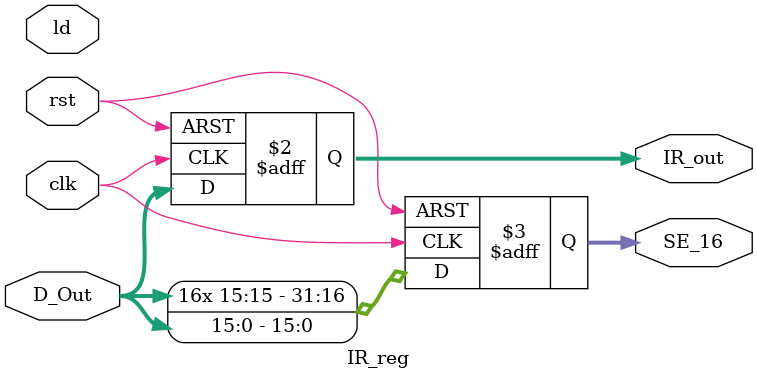
<source format=v>
`timescale 1ns / 1ps
module IR_reg(
	input [31:0]  D_Out,
	input      	clk, rst,
	input         ld,
	
	output reg [31:0] IR_out, 
	output reg [31:0] SE_16);

	always@(posedge clk, posedge rst) begin
		if(rst)
			{IR_out, SE_16} <=32'b0;
		else
			{IR_out, SE_16} <={D_Out, {{16{D_Out[15]}},D_Out[15:0]}};
	end
endmodule

</source>
